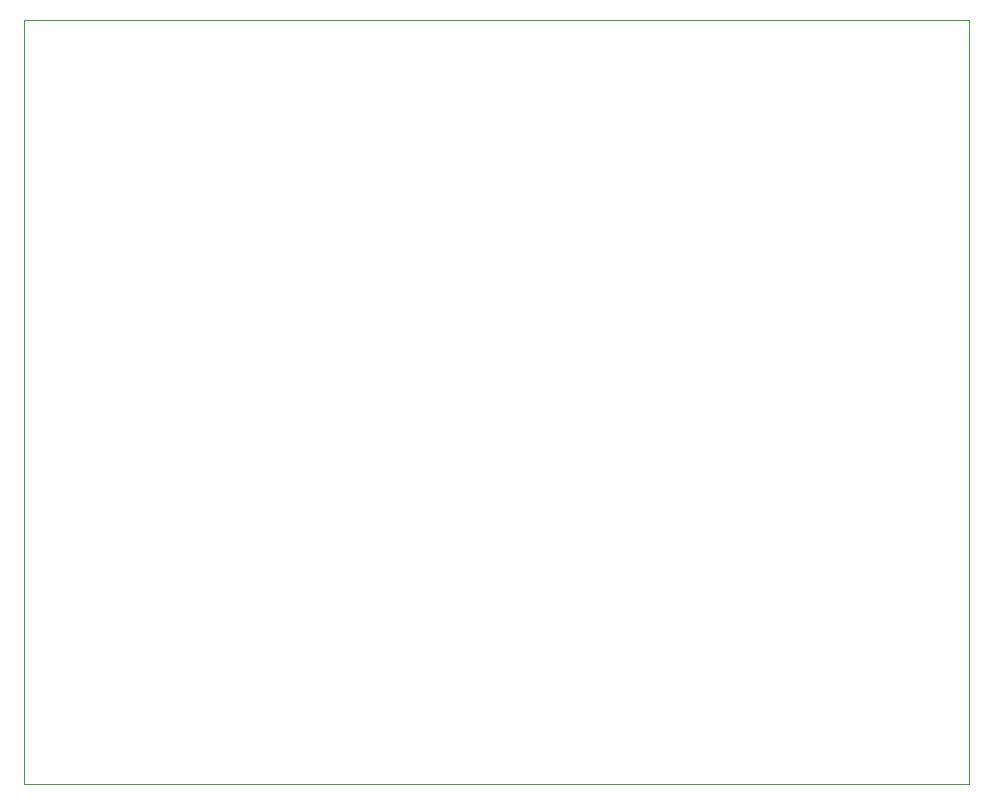
<source format=gm1>
G04 #@! TF.FileFunction,Profile,NP*
%FSLAX46Y46*%
G04 Gerber Fmt 4.6, Leading zero omitted, Abs format (unit mm)*
G04 Created by KiCad (PCBNEW 4.0.0-rc2-stable) date 03.12.2015 10:46:45*
%MOMM*%
G01*
G04 APERTURE LIST*
%ADD10C,0.150000*%
%ADD11C,0.100000*%
G04 APERTURE END LIST*
D10*
D11*
X184607200Y-131076700D02*
X184607200Y-128587500D01*
X104622600Y-131076700D02*
X184607200Y-131076700D01*
X104622600Y-128587500D02*
X104622600Y-131076700D01*
X184607200Y-66370200D02*
X184607200Y-68872100D01*
X104622600Y-66370200D02*
X184607200Y-66370200D01*
X104622600Y-68872100D02*
X104622600Y-66370200D01*
X184607200Y-128587500D02*
X184607200Y-68872100D01*
X104622600Y-68872100D02*
X104622600Y-128587500D01*
M02*

</source>
